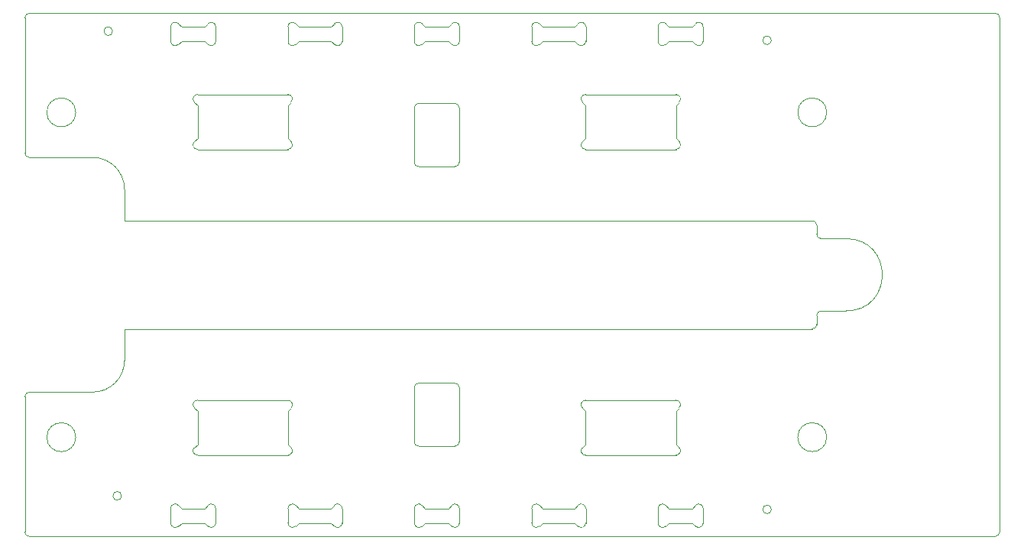
<source format=gm1>
G04 #@! TF.GenerationSoftware,KiCad,Pcbnew,(6.0.5-0)*
G04 #@! TF.CreationDate,2023-01-18T02:45:56+09:00*
G04 #@! TF.ProjectId,photo-single,70686f74-6f2d-4736-996e-676c652e6b69,rev?*
G04 #@! TF.SameCoordinates,Original*
G04 #@! TF.FileFunction,Profile,NP*
%FSLAX46Y46*%
G04 Gerber Fmt 4.6, Leading zero omitted, Abs format (unit mm)*
G04 Created by KiCad (PCBNEW (6.0.5-0)) date 2023-01-18 02:45:56*
%MOMM*%
%LPD*%
G01*
G04 APERTURE LIST*
G04 #@! TA.AperFunction,Profile*
%ADD10C,0.100000*%
G04 #@! TD*
G04 APERTURE END LIST*
D10*
X155836000Y-84000000D02*
G75*
G03*
X155836000Y-84000000I-1600000J0D01*
G01*
X72636000Y-84000000D02*
G75*
G03*
X72636000Y-84000000I-1600000J0D01*
G01*
X101296497Y-76455302D02*
X100942944Y-76101749D01*
X139135050Y-86894642D02*
X139488604Y-87248195D01*
X86942944Y-76101749D02*
X84357157Y-76101749D01*
X86135050Y-82001749D02*
X96135050Y-82001749D01*
X97357157Y-76101749D02*
X97003604Y-76455302D01*
X139135050Y-83208855D02*
X139135050Y-86894642D01*
X139135050Y-88101702D02*
G75*
G03*
X139488604Y-87248195I-50J500002D01*
G01*
X87296497Y-76455302D02*
X86942944Y-76101749D01*
X96488569Y-82855268D02*
G75*
G03*
X96135050Y-82001749I-353469J353568D01*
G01*
X124003568Y-74148231D02*
G75*
G03*
X123150050Y-74501749I-353568J-353469D01*
G01*
X102150050Y-74501749D02*
X102150050Y-76101749D01*
X84357157Y-76101749D02*
X84003604Y-76455302D01*
X111357157Y-74501749D02*
X113942944Y-74501749D01*
X111003604Y-74148195D02*
X111357157Y-74501749D01*
X84003604Y-74148195D02*
X84357157Y-74501749D01*
X97357157Y-74501749D02*
X100942944Y-74501749D01*
X96135050Y-88101749D02*
X86135050Y-88101749D01*
X138357157Y-76101749D02*
X138003604Y-76455302D01*
X86942944Y-74501749D02*
X87296497Y-74148195D01*
X138003568Y-74148231D02*
G75*
G03*
X137150050Y-74501749I-353568J-353469D01*
G01*
X100942944Y-76101749D02*
X97357157Y-76101749D01*
X86135050Y-82001701D02*
G75*
G03*
X85781497Y-82855302I-50J-499999D01*
G01*
X129150050Y-74501749D02*
X129150050Y-76101749D01*
X142150101Y-74501750D02*
G75*
G03*
X141296497Y-74148195I-500001J50D01*
G01*
X174500000Y-73000000D02*
X67500000Y-73000000D01*
X138357157Y-74501749D02*
X140942944Y-74501749D01*
X96135050Y-83208855D02*
X96135050Y-86894642D01*
X123150050Y-76101749D02*
X123150050Y-74501749D01*
X128296497Y-76455302D02*
X127942944Y-76101749D01*
X101296511Y-76455288D02*
G75*
G03*
X102150050Y-76101749I353489J353688D01*
G01*
X124357157Y-74501749D02*
X127942944Y-74501749D01*
X141296497Y-76455302D02*
X140942944Y-76101749D01*
X83150101Y-76101750D02*
G75*
G03*
X84003604Y-76455302I499999J50D01*
G01*
X84003568Y-74148231D02*
G75*
G03*
X83150050Y-74501749I-353568J-353469D01*
G01*
X84357157Y-74501749D02*
X86942944Y-74501749D01*
X124003604Y-74148195D02*
X124357157Y-74501749D01*
X86135050Y-86894642D02*
X86135050Y-83208855D01*
X115150101Y-74501750D02*
G75*
G03*
X114296497Y-74148195I-500001J50D01*
G01*
X140942944Y-74501749D02*
X141296497Y-74148195D01*
X128781497Y-87248195D02*
X129135050Y-86894642D01*
X138003604Y-74148195D02*
X138357157Y-74501749D01*
X88150101Y-74501750D02*
G75*
G03*
X87296497Y-74148195I-500001J50D01*
G01*
X123150101Y-76101750D02*
G75*
G03*
X124003604Y-76455302I499999J50D01*
G01*
X83150050Y-76101749D02*
X83150050Y-74501749D01*
X96488604Y-82855302D02*
X96135050Y-83208855D01*
X137150101Y-76101750D02*
G75*
G03*
X138003604Y-76455302I499999J50D01*
G01*
X140942944Y-76101749D02*
X138357157Y-76101749D01*
X85781483Y-87248182D02*
G75*
G03*
X86135050Y-88101749I353417J-353618D01*
G01*
X124357157Y-76101749D02*
X124003604Y-76455302D01*
X128781483Y-87248182D02*
G75*
G03*
X129135050Y-88101749I353417J-353618D01*
G01*
X96135050Y-88101702D02*
G75*
G03*
X96488604Y-87248195I-50J500002D01*
G01*
X137150050Y-76101749D02*
X137150050Y-74501749D01*
X86135050Y-83208855D02*
X85781497Y-82855302D01*
X85781497Y-87248195D02*
X86135050Y-86894642D01*
X96135050Y-86894642D02*
X96488604Y-87248195D01*
X129150101Y-74501750D02*
G75*
G03*
X128296497Y-74148195I-500001J50D01*
G01*
X127942944Y-76101749D02*
X124357157Y-76101749D01*
X139135050Y-88101749D02*
X129135050Y-88101749D01*
X113942944Y-74501749D02*
X114296497Y-74148195D01*
X78036000Y-96000000D02*
X154236000Y-96000000D01*
X96150050Y-76101749D02*
X96150050Y-74501749D01*
X127942944Y-74501749D02*
X128296497Y-74148195D01*
X129135050Y-83208855D02*
X128781497Y-82855302D01*
X142150050Y-74501749D02*
X142150050Y-76101749D01*
X129135050Y-86894642D02*
X129135050Y-83208855D01*
X97003568Y-74148231D02*
G75*
G03*
X96150050Y-74501749I-353568J-353469D01*
G01*
X114296511Y-76455288D02*
G75*
G03*
X115150050Y-76101749I353489J353688D01*
G01*
X87296511Y-76455288D02*
G75*
G03*
X88150050Y-76101749I353489J353688D01*
G01*
X78036000Y-92500000D02*
X78036000Y-96000000D01*
X141296511Y-76455288D02*
G75*
G03*
X142150050Y-76101749I353489J353688D01*
G01*
X88150050Y-74501749D02*
X88150050Y-76101749D01*
X129135050Y-82001701D02*
G75*
G03*
X128781497Y-82855302I-50J-499999D01*
G01*
X96150101Y-76101750D02*
G75*
G03*
X97003604Y-76455302I499999J50D01*
G01*
X97003604Y-74148195D02*
X97357157Y-74501749D01*
X115150050Y-74501749D02*
X115150050Y-76101749D01*
X110150101Y-76101750D02*
G75*
G03*
X111003604Y-76455302I499999J50D01*
G01*
X128296511Y-76455288D02*
G75*
G03*
X129150050Y-76101749I353489J353688D01*
G01*
X110150050Y-76101749D02*
X110150050Y-74501749D01*
X111003568Y-74148231D02*
G75*
G03*
X110150050Y-74501749I-353568J-353469D01*
G01*
X102150101Y-74501750D02*
G75*
G03*
X101296497Y-74148195I-500001J50D01*
G01*
X111357157Y-76101749D02*
X111003604Y-76455302D01*
X139488569Y-82855268D02*
G75*
G03*
X139135050Y-82001749I-353469J353568D01*
G01*
X100942944Y-74501749D02*
X101296497Y-74148195D01*
X113942944Y-76101749D02*
X111357157Y-76101749D01*
X139488604Y-82855302D02*
X139135050Y-83208855D01*
X114296497Y-76455302D02*
X113942944Y-76101749D01*
X78036000Y-92500000D02*
G75*
G03*
X74536000Y-89000000I-3500000J0D01*
G01*
X74536000Y-89000000D02*
X67500000Y-89000000D01*
X72636000Y-120000000D02*
G75*
G03*
X72636000Y-120000000I-1600000J0D01*
G01*
X114636000Y-121000000D02*
G75*
G03*
X115136000Y-120500000I0J500000D01*
G01*
X110136000Y-120500000D02*
G75*
G03*
X110636000Y-121000000I500000J0D01*
G01*
X114636000Y-121000000D02*
X110636000Y-121000000D01*
X110136000Y-120500000D02*
X110136000Y-114500000D01*
X115136000Y-120500000D02*
X115136000Y-114500000D01*
X115136000Y-83500000D02*
G75*
G03*
X114636000Y-83000000I-500000J0D01*
G01*
X110636000Y-83000000D02*
X114636000Y-83000000D01*
X114636000Y-90000000D02*
G75*
G03*
X115136000Y-89500000I0J500000D01*
G01*
X115136000Y-89500000D02*
X115136000Y-83500000D01*
X114636000Y-90000000D02*
X110636000Y-90000000D01*
X110136000Y-89500000D02*
X110136000Y-83500000D01*
X110636000Y-83000000D02*
G75*
G03*
X110136000Y-83500000I0J-500000D01*
G01*
X76711000Y-75000000D02*
G75*
G03*
X76711000Y-75000000I-475000J0D01*
G01*
X149711000Y-76000000D02*
G75*
G03*
X149711000Y-76000000I-475000J0D01*
G01*
X149711000Y-128000000D02*
G75*
G03*
X149711000Y-128000000I-475000J0D01*
G01*
X77711000Y-126500000D02*
G75*
G03*
X77711000Y-126500000I-475000J0D01*
G01*
X67000000Y-88500000D02*
G75*
G03*
X67500000Y-89000000I500000J0D01*
G01*
X67500000Y-115000000D02*
G75*
G03*
X67000000Y-115500000I0J-500000D01*
G01*
X154736000Y-96500000D02*
G75*
G03*
X154236000Y-96000000I-500000J0D01*
G01*
X154236000Y-108000000D02*
G75*
G03*
X154736000Y-107500000I0J500000D01*
G01*
X139135050Y-82001749D02*
X129135050Y-82001749D01*
X154736000Y-97500000D02*
G75*
G03*
X155236000Y-98000000I500000J0D01*
G01*
X155236000Y-106000000D02*
G75*
G03*
X154736000Y-106500000I0J-500000D01*
G01*
X154736000Y-96500000D02*
X154736000Y-97500000D01*
X154736000Y-106500000D02*
X154736000Y-107500000D01*
X110136000Y-89500000D02*
G75*
G03*
X110636000Y-90000000I500000J0D01*
G01*
X83150050Y-127898251D02*
X83150050Y-129498251D01*
X114296497Y-127544698D02*
X113942944Y-127898251D01*
X84357157Y-129498251D02*
X86942944Y-129498251D01*
X129135050Y-120791145D02*
X128781497Y-121144698D01*
X86942944Y-129498251D02*
X87296497Y-129851805D01*
X83150000Y-129498251D02*
G75*
G03*
X84003603Y-129851804I500000J-49D01*
G01*
X175000000Y-73500000D02*
G75*
G03*
X174500000Y-73000000I-500000J0D01*
G01*
X127942944Y-127898251D02*
X124357157Y-127898251D01*
X137150000Y-129498251D02*
G75*
G03*
X138003603Y-129851804I500000J-49D01*
G01*
X84003640Y-127544662D02*
G75*
G03*
X83150050Y-127898250I-353540J-353638D01*
G01*
X139488618Y-116751819D02*
G75*
G03*
X139135050Y-115898250I-353418J353619D01*
G01*
X128296497Y-127544698D02*
X127942944Y-127898251D01*
X129135050Y-121998251D02*
X139135050Y-121998251D01*
X139135050Y-115898251D02*
X129135050Y-115898251D01*
X128781511Y-121144712D02*
G75*
G03*
X129135050Y-121998250I353689J-353488D01*
G01*
X111357157Y-129498251D02*
X113942944Y-129498251D01*
X129135050Y-115898300D02*
G75*
G03*
X128781497Y-116751804I50J-500000D01*
G01*
X115150099Y-127898251D02*
G75*
G03*
X114296497Y-127544698I-499999J51D01*
G01*
X137150050Y-127898251D02*
X137150050Y-129498251D01*
X96135050Y-117105358D02*
X96488604Y-116751805D01*
X86135050Y-115898300D02*
G75*
G03*
X85781497Y-116751804I50J-500000D01*
G01*
X96488604Y-121144698D02*
X96135050Y-120791145D01*
X96135050Y-120791145D02*
X96135050Y-117105358D01*
X96150050Y-127898251D02*
X96150050Y-129498251D01*
X140942944Y-127898251D02*
X138357157Y-127898251D01*
X141296483Y-129851819D02*
G75*
G03*
X142150050Y-129498250I353617J353419D01*
G01*
X67000000Y-130500000D02*
G75*
G03*
X67500000Y-131000000I500000J0D01*
G01*
X110150050Y-127898251D02*
X110150050Y-129498251D01*
X141296497Y-127544698D02*
X140942944Y-127898251D01*
X96135050Y-121998299D02*
G75*
G03*
X96488603Y-121144698I50J499999D01*
G01*
X78036000Y-108000000D02*
X154236000Y-108000000D01*
X110636000Y-114000000D02*
X114636000Y-114000000D01*
X86942944Y-127898251D02*
X84357157Y-127898251D01*
X129150099Y-127898251D02*
G75*
G03*
X128296497Y-127544698I-499999J51D01*
G01*
X175000000Y-130500000D02*
X175000000Y-73500000D01*
X155236000Y-98000000D02*
X158000000Y-98000000D01*
X123150050Y-127898251D02*
X123150050Y-129498251D01*
X142150099Y-127898251D02*
G75*
G03*
X141296497Y-127544698I-499999J51D01*
G01*
X111003640Y-127544662D02*
G75*
G03*
X110150050Y-127898250I-353540J-353638D01*
G01*
X96135050Y-115898251D02*
X86135050Y-115898251D01*
X88150050Y-129498251D02*
X88150050Y-127898251D01*
X86135050Y-120791145D02*
X85781497Y-121144698D01*
X115136000Y-114500000D02*
G75*
G03*
X114636000Y-114000000I-500000J0D01*
G01*
X129150050Y-129498251D02*
X129150050Y-127898251D01*
X100942944Y-127898251D02*
X97357157Y-127898251D01*
X128296483Y-129851819D02*
G75*
G03*
X129150050Y-129498250I353617J353419D01*
G01*
X114296483Y-129851819D02*
G75*
G03*
X115150050Y-129498250I353617J353419D01*
G01*
X84357157Y-127898251D02*
X84003604Y-127544698D01*
X124003640Y-127544662D02*
G75*
G03*
X123150050Y-127898250I-353540J-353638D01*
G01*
X127942944Y-129498251D02*
X128296497Y-129851805D01*
X138003604Y-129851805D02*
X138357157Y-129498251D01*
X174500000Y-131000000D02*
X67500000Y-131000000D01*
X111357157Y-127898251D02*
X111003604Y-127544698D01*
X174500000Y-131000000D02*
G75*
G03*
X175000000Y-130500000I0J500000D01*
G01*
X128781497Y-116751805D02*
X129135050Y-117105358D01*
X155836000Y-120000000D02*
G75*
G03*
X155836000Y-120000000I-1600000J0D01*
G01*
X84003604Y-129851805D02*
X84357157Y-129498251D01*
X86135050Y-121998251D02*
X96135050Y-121998251D01*
X85781511Y-121144712D02*
G75*
G03*
X86135050Y-121998250I353689J-353488D01*
G01*
X140942944Y-129498251D02*
X141296497Y-129851805D01*
X87296497Y-127544698D02*
X86942944Y-127898251D01*
X124357157Y-127898251D02*
X124003604Y-127544698D01*
X100942944Y-129498251D02*
X101296497Y-129851805D01*
X67000000Y-73500000D02*
X67000000Y-88500000D01*
X101296497Y-127544698D02*
X100942944Y-127898251D01*
X124003604Y-129851805D02*
X124357157Y-129498251D01*
X97357157Y-129498251D02*
X100942944Y-129498251D01*
X96488618Y-116751819D02*
G75*
G03*
X96135050Y-115898250I-353418J353619D01*
G01*
X138357157Y-127898251D02*
X138003604Y-127544698D01*
X67000000Y-130500000D02*
X67000000Y-115500000D01*
X138357157Y-129498251D02*
X140942944Y-129498251D01*
X139135050Y-117105358D02*
X139488604Y-116751805D01*
X110150000Y-129498251D02*
G75*
G03*
X111003603Y-129851804I500000J-49D01*
G01*
X110636000Y-114000000D02*
G75*
G03*
X110136000Y-114500000I0J-500000D01*
G01*
X129135050Y-117105358D02*
X129135050Y-120791145D01*
X67500000Y-73000000D02*
G75*
G03*
X67000000Y-73500000I0J-500000D01*
G01*
X74536000Y-115000000D02*
X67500000Y-115000000D01*
X139488604Y-121144698D02*
X139135050Y-120791145D01*
X139135050Y-120791145D02*
X139135050Y-117105358D01*
X96150000Y-129498251D02*
G75*
G03*
X97003603Y-129851804I500000J-49D01*
G01*
X111003604Y-129851805D02*
X111357157Y-129498251D01*
X97357157Y-127898251D02*
X97003604Y-127544698D01*
X138003640Y-127544662D02*
G75*
G03*
X137150050Y-127898250I-353540J-353638D01*
G01*
X155236000Y-106000000D02*
X158000000Y-106000000D01*
X158000000Y-106000000D02*
G75*
G03*
X158000000Y-98000000I0J4000000D01*
G01*
X74536000Y-115000000D02*
G75*
G03*
X78036000Y-111500000I0J3500000D01*
G01*
X124357157Y-129498251D02*
X127942944Y-129498251D01*
X87296483Y-129851819D02*
G75*
G03*
X88150050Y-129498250I353617J353419D01*
G01*
X85781497Y-116751805D02*
X86135050Y-117105358D01*
X102150099Y-127898251D02*
G75*
G03*
X101296497Y-127544698I-499999J51D01*
G01*
X97003640Y-127544662D02*
G75*
G03*
X96150050Y-127898250I-353540J-353638D01*
G01*
X123150000Y-129498251D02*
G75*
G03*
X124003603Y-129851804I500000J-49D01*
G01*
X88150099Y-127898251D02*
G75*
G03*
X87296497Y-127544698I-499999J51D01*
G01*
X113942944Y-129498251D02*
X114296497Y-129851805D01*
X139135050Y-121998299D02*
G75*
G03*
X139488603Y-121144698I50J499999D01*
G01*
X115150050Y-129498251D02*
X115150050Y-127898251D01*
X86135050Y-117105358D02*
X86135050Y-120791145D01*
X142150050Y-129498251D02*
X142150050Y-127898251D01*
X101296483Y-129851819D02*
G75*
G03*
X102150050Y-129498250I353617J353419D01*
G01*
X97003604Y-129851805D02*
X97357157Y-129498251D01*
X102150050Y-129498251D02*
X102150050Y-127898251D01*
X78036000Y-111500000D02*
X78036000Y-108000000D01*
X113942944Y-127898251D02*
X111357157Y-127898251D01*
M02*

</source>
